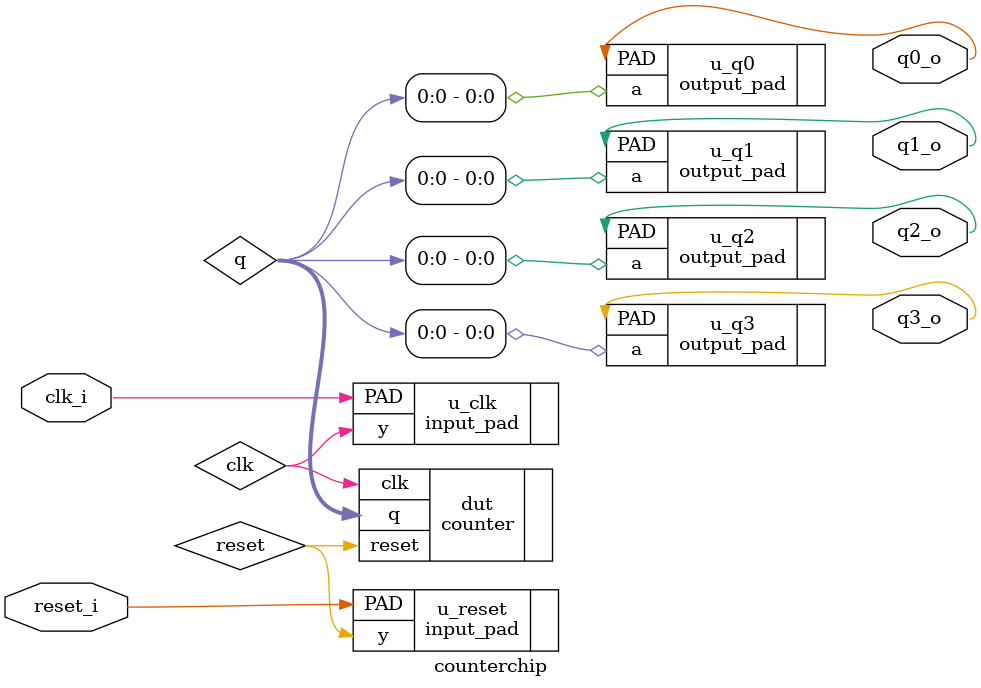
<source format=v>
module counterchip (
		    input wire  clk_i,
		    input wire  reset_i,
		    output wire q0_o,
		    output wire q1_o,
		    output wire q2_o,
		    output wire q3_o);

   wire 			clk;
   wire 			reset;
   wire [3:0] 			q;
   
   counter dut(.clk(clk),
	       .reset(reset),
	       .q(q));
   
   core_pg_pads #(.NUM_PAIRS(1)) u_core_pg ();
   io_pg_pads #(.NUM_PAIRS(1)) u_io_pg ();
   
   input_pad u_clk   (.PAD(clk_i), .y(clk));
   input_pad u_reset (.PAD(reset_i), .y(reset));
   output_pad u_q0   (.PAD(q0_o), .a(q[0]));
   output_pad u_q1   (.PAD(q1_o), .a(q[0]));
   output_pad u_q2   (.PAD(q2_o), .a(q[0]));
   output_pad u_q3   (.PAD(q3_o), .a(q[0]));

endmodule

</source>
